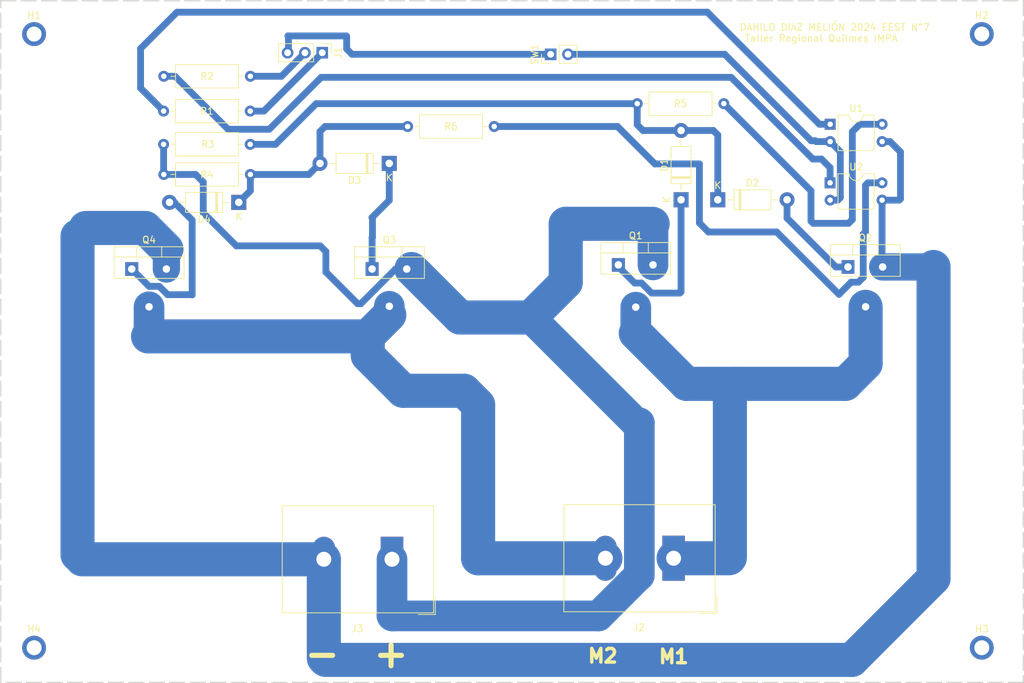
<source format=kicad_pcb>
(kicad_pcb (version 20240108) (generator "pcbnew") (generator_version "8.0")
  (title_block (title "Puente H Power Mosfet") (date "05/09/2024") (rev "8.1.1") (company "Danilo Melión"))
  (layers (0 "F.Cu" signal) (31 "B.Cu" signal) (34 "B.Paste" user) (35 "F.Paste" user) (36 "B.SilkS" user "B.Silkscreen") (37 "F.SilkS" user "F.Silkscreen") (38 "B.Mask" user) (39 "F.Mask" user) (44 "Edge.Cuts" user))
  (net 0 "")
  (net 1 "PWM1")
  (net 2 "PWM2")
  (net 3 "GND")
  (net 4 "Net-(J2-Pin_1)")
  (net 5 "Net-(J2-Pin_2)")
  (net 6 "Net-(D1-K)")
  (net 7 "+24V")
  (net 8 "Net-(D1-A)")
  (net 9 "Net-(D2-A)")
  (net 10 "Net-(R1-Pad2)")
  (net 11 "Net-(SW1-B)")
  (net 12 "GNDPWR")
  (net 13 "Net-(D3-A)")
  (net 14 "Net-(D3-K)")
  (net 15 "Net-(D4-A)")
  (net 16 "Net-(R2-Pad1)")
  (net 17 "Net-(R5-Pad2)")
  (net 18 "Net-(R6-Pad2)")
  (footprint "MountingHole:MountingHole_2.2mm_M2_ISO7380_Pad" (layer "F.Cu") (at 57 126)
    (property "Reference" "H4" (at 0 -2.75 0) (layer "F.SilkS"))
    (property "Value" "MountingHole_2.2mm_M2_ISO7380_Pad" (hide yes))
    (pad "1" thru_hole circle (at 0 0) (size 3.5 3.5) (drill 2.2) (layers "*.Cu" "*.Mask"))
  )
  (footprint "Resistor_THT:R_Axial_DIN0309_L9.0mm_D3.2mm_P12.70mm_Horizontal" (layer "F.Cu") (at 111.7854 49.5554)
    (property "Reference" "R6" (at 6.35 0 360) (layer "F.SilkS"))
    (property "Value" "180")
    (fp_line (start 1.04 0) (end 1.73 0) (stroke (width 0.12)) (layer "F.SilkS"))
    (fp_line (start 1.73 -1.72) (end 1.73 1.72) (stroke (width 0.12)) (layer "F.SilkS"))
    (fp_line (start 1.73 1.72) (end 10.97 1.72) (stroke (width 0.12)) (layer "F.SilkS"))
    (fp_line (start 10.97 -1.72) (end 1.73 -1.72) (stroke (width 0.12)) (layer "F.SilkS"))
    (fp_line (start 10.97 1.72) (end 10.97 -1.72) (stroke (width 0.12)) (layer "F.SilkS"))
    (fp_line (start 11.66 0) (end 10.97 0) (stroke (width 0.12)) (layer "F.SilkS"))
    (pad "1" thru_hole circle (at 0 0) (size 1.6 1.6) (drill 0.8) (layers "*.Cu" "*.Mask") (net 13 "Net-(D3-A)"))
    (pad "2" thru_hole oval (at 12.7 0) (size 1.6 1.6) (drill 0.8) (layers "*.Cu" "*.Mask") (net 18 "Net-(R6-Pad2)"))
  )
  (footprint "Resistor_THT:R_Axial_DIN0309_L9.0mm_D3.2mm_P12.70mm_Horizontal" (layer "F.Cu") (at 76.0222 56.5912)
    (property "Reference" "R4" (at 6.3246 0.0254 0) (layer "F.SilkS"))
    (property "Value" "10k")
    (fp_line (start 1.04 0) (end 1.73 0) (stroke (width 0.12)) (layer "F.SilkS"))
    (fp_line (start 1.73 -1.72) (end 1.73 1.72) (stroke (width 0.12)) (layer "F.SilkS"))
    (fp_line (start 1.73 1.72) (end 10.97 1.72) (stroke (width 0.12)) (layer "F.SilkS"))
    (fp_line (start 10.97 -1.72) (end 1.73 -1.72) (stroke (width 0.12)) (layer "F.SilkS"))
    (fp_line (start 10.97 1.72) (end 10.97 -1.72) (stroke (width 0.12)) (layer "F.SilkS"))
    (fp_line (start 11.66 0) (end 10.97 0) (stroke (width 0.12)) (layer "F.SilkS"))
    (pad "1" thru_hole circle (at 0 0) (size 1.6 1.6) (drill 0.8) (layers "*.Cu" "*.Mask") (net 7 "+24V"))
    (pad "2" thru_hole oval (at 12.7 0) (size 1.6 1.6) (drill 0.8) (layers "*.Cu" "*.Mask") (net 13 "Net-(D3-A)"))
  )
  (footprint "Diode_THT:D_DO-41_SOD81_P10.16mm_Horizontal" (layer "F.Cu") (at 157.2768 60.2996)
    (property "Reference" "D2" (at 5.08 -2.47 0) (layer "F.SilkS"))
    (property "Value" "1N4742A")
    (fp_line (start 1.34 0) (end 2.36 0) (stroke (width 0.12)) (layer "F.SilkS"))
    (fp_line (start 2.36 -1.47) (end 2.36 1.47) (stroke (width 0.12)) (layer "F.SilkS"))
    (fp_line (start 2.36 1.47) (end 7.8 1.47) (stroke (width 0.12)) (layer "F.SilkS"))
    (fp_line (start 3.14 -1.47) (end 3.14 1.47) (stroke (width 0.12)) (layer "F.SilkS"))
    (fp_line (start 3.26 -1.47) (end 3.26 1.47) (stroke (width 0.12)) (layer "F.SilkS"))
    (fp_line (start 3.38 -1.47) (end 3.38 1.47) (stroke (width 0.12)) (layer "F.SilkS"))
    (fp_line (start 7.8 -1.47) (end 2.36 -1.47) (stroke (width 0.12)) (layer "F.SilkS"))
    (fp_line (start 7.8 1.47) (end 7.8 -1.47) (stroke (width 0.12)) (layer "F.SilkS"))
    (fp_line (start 8.82 0) (end 7.8 0) (stroke (width 0.12)) (layer "F.SilkS"))
    (fp_text user "K" (at 0 -2.1 0) (layer "F.SilkS"))
    (pad "1" thru_hole rect (at 0 0) (size 2.2 2.2) (drill 1.1) (layers "*.Cu" "*.Mask") (net 8 "Net-(D1-A)"))
    (pad "2" thru_hole oval (at 10.16 0) (size 2.2 2.2) (drill 1.1) (layers "*.Cu" "*.Mask") (net 9 "Net-(D2-A)"))
  )
  (footprint "Diode_THT:D_DO-41_SOD81_P10.16mm_Horizontal" (layer "F.Cu") (at 151.892 60.2996 90)
    (property "Reference" "D1" (at 5.08 -2.47 90) (layer "F.SilkS"))
    (property "Value" "1N4742A")
    (fp_line (start 7.8 -1.47) (end 2.36 -1.47) (stroke (width 0.12)) (layer "F.SilkS"))
    (fp_line (start 3.38 -1.47) (end 3.38 1.47) (stroke (width 0.12)) (layer "F.SilkS"))
    (fp_line (start 3.26 -1.47) (end 3.26 1.47) (stroke (width 0.12)) (layer "F.SilkS"))
    (fp_line (start 3.14 -1.47) (end 3.14 1.47) (stroke (width 0.12)) (layer "F.SilkS"))
    (fp_line (start 2.36 -1.47) (end 2.36 1.47) (stroke (width 0.12)) (layer "F.SilkS"))
    (fp_line (start 8.82 0) (end 7.8 0) (stroke (width 0.12)) (layer "F.SilkS"))
    (fp_line (start 1.34 0) (end 2.36 0) (stroke (width 0.12)) (layer "F.SilkS"))
    (fp_line (start 7.8 1.47) (end 7.8 -1.47) (stroke (width 0.12)) (layer "F.SilkS"))
    (fp_line (start 2.36 1.47) (end 7.8 1.47) (stroke (width 0.12)) (layer "F.SilkS"))
    (fp_text user "K" (at 0 -2.1 90) (layer "F.SilkS"))
    (pad "1" thru_hole rect (at 0 0 90) (size 2.2 2.2) (drill 1.1) (layers "*.Cu" "*.Mask") (net 6 "Net-(D1-K)"))
    (pad "2" thru_hole oval (at 10.16 0 90) (size 2.2 2.2) (drill 1.1) (layers "*.Cu" "*.Mask") (net 8 "Net-(D1-A)"))
  )
  (footprint "MountingHole:MountingHole_2.2mm_M2_ISO7380_Pad" (layer "F.Cu") (at 57 36)
    (property "Reference" "H1" (at 0 -2.75 0) (layer "F.SilkS"))
    (property "Value" "MountingHole_2.2mm_M2_ISO7380_Pad" (hide yes))
    (pad "1" thru_hole circle (at 0 0) (size 3.5 3.5) (drill 2.2) (layers "*.Cu" "*.Mask"))
  )
  (footprint "Package_DIP:DIP-4_W7.62mm" (layer "F.Cu") (at 173.7614 49.2252)
    (property "Reference" "U1" (at 3.81 -2.33 0) (layer "F.SilkS"))
    (property "Value" "PC817")
    (fp_line (start 1.16 -1.33) (end 1.16 3.87) (stroke (width 0.12)) (layer "F.SilkS"))
    (fp_line (start 1.16 3.87) (end 6.46 3.87) (stroke (width 0.12)) (layer "F.SilkS"))
    (fp_line (start 2.81 -1.33) (end 1.16 -1.33) (stroke (width 0.12)) (layer "F.SilkS"))
    (fp_line (start 6.46 -1.33) (end 4.81 -1.33) (stroke (width 0.12)) (layer "F.SilkS"))
    (fp_line (start 6.46 3.87) (end 6.46 -1.33) (stroke (width 0.12)) (layer "F.SilkS"))
    (fp_arc (start 4.81 -1.33) (mid 3.81 -0.33) (end 2.81 -1.33) (stroke (width 0.12)) (layer "F.SilkS"))
    (pad "1" thru_hole rect (at 0 0) (size 1.6 1.6) (drill 0.8) (layers "*.Cu" "*.Mask") (net 10 "Net-(R1-Pad2)"))
    (pad "2" thru_hole oval (at 0 2.54) (size 1.6 1.6) (drill 0.8) (layers "*.Cu" "*.Mask") (net 11 "Net-(SW1-B)"))
    (pad "3" thru_hole oval (at 7.62 2.54) (size 1.6 1.6) (drill 0.8) (layers "*.Cu" "*.Mask") (net 12 "GNDPWR"))
    (pad "4" thru_hole oval (at 7.62 0) (size 1.6 1.6) (drill 0.8) (layers "*.Cu" "*.Mask") (net 17 "Net-(R5-Pad2)"))
  )
  (footprint "Package_TO_SOT_THT:TO-220-3_Vertical" (layer "F.Cu") (at 71.3232 70.4596)
    (property "Reference" "Q4" (at 2.54 -4.27 0) (layer "F.SilkS"))
    (property "Value" "IRF2805")
    (fp_line (start -2.58 -3.27) (end -2.58 1.371) (stroke (width 0.12)) (layer "F.SilkS"))
    (fp_line (start -2.58 -3.27) (end 7.66 -3.27) (stroke (width 0.12)) (layer "F.SilkS"))
    (fp_line (start -2.58 -1.76) (end 7.66 -1.76) (stroke (width 0.12)) (layer "F.SilkS"))
    (fp_line (start -2.58 1.371) (end 7.66 1.371) (stroke (width 0.12)) (layer "F.SilkS"))
    (fp_line (start 0.69 -3.27) (end 0.69 -1.76) (stroke (width 0.12)) (layer "F.SilkS"))
    (fp_line (start 4.391 -3.27) (end 4.391 -1.76) (stroke (width 0.12)) (layer "F.SilkS"))
    (fp_line (start 7.66 -3.27) (end 7.66 1.371) (stroke (width 0.12)) (layer "F.SilkS"))
    (pad "1" thru_hole rect (at 0 0) (size 1.905 2) (drill 1.1) (layers "*.Cu" "*.Mask") (net 15 "Net-(D4-A)"))
    (pad "2" thru_hole oval (at 2.5368 5.5404) (size 1.905 2) (drill 1.1) (layers "*.Cu" "*.Mask") (net 5 "Net-(J2-Pin_2)"))
    (pad "3" thru_hole oval (at 5.08 0) (size 1.905 2) (drill 1.1) (layers "*.Cu" "*.Mask") (net 12 "GNDPWR"))
  )
  (footprint "Package_TO_SOT_THT:TO-220-3_Vertical" (layer "F.Cu") (at 176.3776 70.1548)
    (property "Reference" "Q2" (at 2.54 -4.27 0) (layer "F.SilkS"))
    (property "Value" "IRF2805")
    (fp_line (start -2.58 -3.27) (end -2.58 1.371) (stroke (width 0.12)) (layer "F.SilkS"))
    (fp_line (start -2.58 -3.27) (end 7.66 -3.27) (stroke (width 0.12)) (layer "F.SilkS"))
    (fp_line (start -2.58 -1.76) (end 7.66 -1.76) (stroke (width 0.12)) (layer "F.SilkS"))
    (fp_line (start -2.58 1.371) (end 7.66 1.371) (stroke (width 0.12)) (layer "F.SilkS"))
    (fp_line (start 0.69 -3.27) (end 0.69 -1.76) (stroke (width 0.12)) (layer "F.SilkS"))
    (fp_line (start 4.391 -3.27) (end 4.391 -1.76) (stroke (width 0.12)) (layer "F.SilkS"))
    (fp_line (start 7.66 -3.27) (end 7.66 1.371) (stroke (width 0.12)) (layer "F.SilkS"))
    (pad "1" thru_hole rect (at 0 0) (size 1.905 2) (drill 1.1) (layers "*.Cu" "*.Mask") (net 9 "Net-(D2-A)"))
    (pad "2" thru_hole oval (at 2.5824 5.8452) (size 1.905 2) (drill 1.1) (layers "*.Cu" "*.Mask") (net 4 "Net-(J2-Pin_1)"))
    (pad "3" thru_hole oval (at 5.08 0) (size 1.905 2) (drill 1.1) (layers "*.Cu" "*.Mask") (net 12 "GNDPWR"))
  )
  (footprint "Connector_PinHeader_2.54mm:PinHeader_1x02_P2.54mm_Vertical" (layer "F.Cu") (at 132.7658 38.9636 90)
    (property "Reference" "SW1" (at 0 -2.33 90) (layer "F.SilkS"))
    (property "Value" "SW")
    (fp_line (start -1.33 -1.33) (end 0 -1.33) (stroke (width 0.12)) (layer "F.SilkS"))
    (fp_line (start -1.33 0) (end -1.33 -1.33) (stroke (width 0.12)) (layer "F.SilkS"))
    (fp_line (start 1.33 1.27) (end 1.33 3.87) (stroke (width 0.12)) (layer "F.SilkS"))
    (fp_line (start -1.33 1.27) (end 1.33 1.27) (stroke (width 0.12)) (layer "F.SilkS"))
    (fp_line (start -1.33 1.27) (end -1.33 3.87) (stroke (width 0.12)) (layer "F.SilkS"))
    (fp_line (start -1.33 3.87) (end 1.33 3.87) (stroke (width 0.12)) (layer "F.SilkS"))
    (pad "1" thru_hole rect (at 0 0 90) (size 1.7 1.7) (drill 1) (layers "*.Cu" "*.Mask") (net 3 "GND"))
    (pad "2" thru_hole oval (at 0 2.54 90) (size 1.7 1.7) (drill 1) (layers "*.Cu" "*.Mask") (net 11 "Net-(SW1-B)"))
  )
  (footprint "Diode_THT:D_DO-41_SOD81_P10.16mm_Horizontal" (layer "F.Cu") (at 109.093 54.9656 180)
    (property "Reference" "D3" (at 5.08 -2.47 360) (layer "F.SilkS"))
    (property "Value" "1N4742A")
    (fp_line (start 8.82 0) (end 7.8 0) (stroke (width 0.12)) (layer "F.SilkS"))
    (fp_line (start 7.8 1.47) (end 7.8 -1.47) (stroke (width 0.12)) (layer "F.SilkS"))
    (fp_line (start 7.8 -1.47) (end 2.36 -1.47) (stroke (width 0.12)) (layer "F.SilkS"))
    (fp_line (start 3.38 -1.47) (end 3.38 1.47) (stroke (width 0.12)) (layer "F.SilkS"))
    (fp_line (start 3.26 -1.47) (end 3.26 1.47) (stroke (width 0.12)) (layer "F.SilkS"))
    (fp_line (start 3.14 -1.47) (end 3.14 1.47) (stroke (width 0.12)) (layer "F.SilkS"))
    (fp_line (start 2.36 1.47) (end 7.8 1.47) (stroke (width 0.12)) (layer "F.SilkS"))
    (fp_line (start 2.36 -1.47) (end 2.36 1.47) (stroke (width 0.12)) (layer "F.SilkS"))
    (fp_line (start 1.34 0) (end 2.36 0) (stroke (width 0.12)) (layer "F.SilkS"))
    (fp_text user "K" (at 0 -2.1 360) (layer "F.SilkS"))
    (pad "1" thru_hole rect (at 0 0 180) (size 2.2 2.2) (drill 1.1) (layers "*.Cu" "*.Mask") (net 14 "Net-(D3-K)"))
    (pad "2" thru_hole oval (at 10.16 0 180) (size 2.2 2.2) (drill 1.1) (layers "*.Cu" "*.Mask") (net 13 "Net-(D3-A)"))
  )
  (footprint "TerminalBlock_Dinkle:TerminalBlock_Dinkle_DT-55-B01X-02_P10.00mm" (layer "F.Cu") (at 109.4956 113.03 180)
    (property "Reference" "J3" (at 5.08 -10.16 0) (layer "F.SilkS"))
    (property "Value" "24V Alimentación")
    (fp_line (start 16.1 -7.85) (end 16.1 7.85) (stroke (width 0.12)) (layer "F.SilkS"))
    (fp_line (start -6.1 7.85) (end 16.1 7.85) (stroke (width 0.12)) (layer "F.SilkS"))
    (fp_line (start -6.1 7.85) (end -6.1 -7.85) (stroke (width 0.12)) (layer "F.SilkS"))
    (fp_line (start -6.1 -7.85) (end 16.1 -7.85) (stroke (width 0.12)) (layer "F.SilkS"))
    (fp_line (start -6.35 -5.6) (end -6.35 -8.1) (stroke (width 0.12)) (layer "F.SilkS"))
    (fp_line (start -6.35 -8.1) (end -3.85 -8.1) (stroke (width 0.12)) (layer "F.SilkS"))
    (pad "1" thru_hole rect (at 0 0 180) (size 3.3 6.6) (drill 2.2) (layers "*.Cu" "*.Mask") (net 7 "+24V"))
    (pad "2" thru_hole oval (at 10 0 180) (size 3.3 6.6) (drill 2.2) (layers "*.Cu" "*.Mask") (net 12 "GNDPWR"))
  )
  (footprint "TerminalBlock_Dinkle:TerminalBlock_Dinkle_DT-55-B01X-02_P10.00mm" (layer "F.Cu") (at 150.796 112.8776 180)
    (property "Reference" "J2" (at 5.08 -10.16 0) (layer "F.SilkS"))
    (property "Value" "MOTOR")
    (fp_line (start 16.1 -7.85) (end 16.1 7.85) (stroke (width 0.12)) (layer "F.SilkS"))
    (fp_line (start -6.1 7.85) (end 16.1 7.85) (stroke (width 0.12)) (layer "F.SilkS"))
    (fp_line (start -6.1 7.85) (end -6.1 -7.85) (stroke (width 0.12)) (layer "F.SilkS"))
    (fp_line (start -6.1 -7.85) (end 16.1 -7.85) (stroke (width 0.12)) (layer "F.SilkS"))
    (fp_line (start -6.35 -5.6) (end -6.35 -8.1) (stroke (width 0.12)) (layer "F.SilkS"))
    (fp_line (start -6.35 -8.1) (end -3.85 -8.1) (stroke (width 0.12)) (layer "F.SilkS"))
    (pad "1" thru_hole rect (at 0 0 180) (size 3.3 6.6) (drill 2.2) (layers "*.Cu" "*.Mask") (net 4 "Net-(J2-Pin_1)"))
    (pad "2" thru_hole oval (at 10 0 180) (size 3.3 6.6) (drill 2.2) (layers "*.Cu" "*.Mask") (net 5 "Net-(J2-Pin_2)"))
  )
  (footprint "Connector_PinHeader_2.54mm:PinHeader_1x03_P2.54mm_Vertical" (layer "F.Cu") (at 99.2632 38.735 -90)
    (property "Reference" "J1" (at 0 -2.33 90) (layer "F.SilkS"))
    (property "Value" "PWM")
    (fp_line (start -1.33 6.41) (end 1.33 6.41) (stroke (width 0.12)) (layer "F.SilkS"))
    (fp_line (start -1.33 1.27) (end -1.33 6.41) (stroke (width 0.12)) (layer "F.SilkS"))
    (fp_line (start -1.33 1.27) (end 1.33 1.27) (stroke (width 0.12)) (layer "F.SilkS"))
    (fp_line (start 1.33 1.27) (end 1.33 6.41) (stroke (width 0.12)) (layer "F.SilkS"))
    (fp_line (start -1.33 0) (end -1.33 -1.33) (stroke (width 0.12)) (layer "F.SilkS"))
    (fp_line (start -1.33 -1.33) (end 0 -1.33) (stroke (width 0.12)) (layer "F.SilkS"))
    (pad "1" thru_hole rect (at 0 0 270) (size 1.7 1.7) (drill 1) (layers "*.Cu" "*.Mask") (net 1 "PWM1"))
    (pad "2" thru_hole oval (at 0 2.54 270) (size 1.7 1.7) (drill 1) (layers "*.Cu" "*.Mask") (net 2 "PWM2"))
    (pad "3" thru_hole oval (at 0 5.08 270) (size 1.7 1.7) (drill 1) (layers "*.Cu" "*.Mask") (net 3 "GND"))
  )
  (footprint "Package_DIP:DIP-4_W7.62mm" (layer "F.Cu") (at 173.7514 57.8154)
    (property "Reference" "U2" (at 3.81 -2.33 0) (layer "F.SilkS"))
    (property "Value" "PC817")
    (fp_line (start 1.16 -1.33) (end 1.16 3.87) (stroke (width 0.12)) (layer "F.SilkS"))
    (fp_line (start 1.16 3.87) (end 6.46 3.87) (stroke (width 0.12)) (layer "F.SilkS"))
    (fp_line (start 2.81 -1.33) (end 1.16 -1.33) (stroke (width 0.12)) (layer "F.SilkS"))
    (fp_line (start 6.46 -1.33) (end 4.81 -1.33) (stroke (width 0.12)) (layer "F.SilkS"))
    (fp_line (start 6.46 3.87) (end 6.46 -1.33) (stroke (width 0.12)) (layer "F.SilkS"))
    (fp_arc (start 4.81 -1.33) (mid 3.81 -0.33) (end 2.81 -1.33) (stroke (width 0.12)) (layer "F.SilkS"))
    (pad "1" thru_hole rect (at 0 0) (size 1.6 1.6) (drill 0.8) (layers "*.Cu" "*.Mask") (net 16 "Net-(R2-Pad1)"))
    (pad "2" thru_hole oval (at 0 2.54) (size 1.6 1.6) (drill 0.8) (layers "*.Cu" "*.Mask") (net 11 "Net-(SW1-B)"))
    (pad "3" thru_hole oval (at 7.62 2.54) (size 1.6 1.6) (drill 0.8) (layers "*.Cu" "*.Mask") (net 12 "GNDPWR"))
    (pad "4" thru_hole oval (at 7.62 0) (size 1.6 1.6) (drill 0.8) (layers "*.Cu" "*.Mask") (net 18 "Net-(R6-Pad2)"))
  )
  (footprint "Resistor_THT:R_Axial_DIN0309_L9.0mm_D3.2mm_P12.70mm_Horizontal" (layer "F.Cu") (at 88.6968 47.2948 180)
    (property "Reference" "R1" (at 6.35 0 360) (layer "F.SilkS"))
    (property "Value" "47")
    (fp_line (start 11.66 0) (end 10.97 0) (stroke (width 0.12)) (layer "F.SilkS"))
    (fp_line (start 10.97 1.72) (end 10.97 -1.72) (stroke (width 0.12)) (layer "F.SilkS"))
    (fp_line (start 10.97 -1.72) (end 1.73 -1.72) (stroke (width 0.12)) (layer "F.SilkS"))
    (fp_line (start 1.73 1.72) (end 10.97 1.72) (stroke (width 0.12)) (layer "F.SilkS"))
    (fp_line (start 1.73 -1.72) (end 1.73 1.72) (stroke (width 0.12)) (layer "F.SilkS"))
    (fp_line (start 1.04 0) (end 1.73 0) (stroke (width 0.12)) (layer "F.SilkS"))
    (pad "1" thru_hole circle (at 0 0 180) (size 1.6 1.6) (drill 0.8) (layers "*.Cu" "*.Mask") (net 1 "PWM1"))
    (pad "2" thru_hole oval (at 12.7 0 180) (size 1.6 1.6) (drill 0.8) (layers "*.Cu" "*.Mask") (net 10 "Net-(R1-Pad2)"))
  )
  (footprint "Diode_THT:D_DO-41_SOD81_P10.16mm_Horizontal" (layer "F.Cu") (at 87.0204 60.6806 180)
    (property "Reference" "D4" (at 5.08 -2.47 360) (layer "F.SilkS"))
    (property "Value" "1N4742A")
    (fp_line (start 8.82 0) (end 7.8 0) (stroke (width 0.12)) (layer "F.SilkS"))
    (fp_line (start 7.8 1.47) (end 7.8 -1.47) (stroke (width 0.12)) (layer "F.SilkS"))
    (fp_line (start 7.8 -1.47) (end 2.36 -1.47) (stroke (width 0.12)) (layer "F.SilkS"))
    (fp_line (start 3.38 -1.47) (end 3.38 1.47) (stroke (width 0.12)) (layer "F.SilkS"))
    (fp_line (start 3.26 -1.47) (end 3.26 1.47) (stroke (width 0.12)) (layer "F.SilkS"))
    (fp_line (start 3.14 -1.47) (end 3.14 1.47) (stroke (width 0.12)) (layer "F.SilkS"))
    (fp_line (start 2.36 1.47) (end 7.8 1.47) (stroke (width 0.12)) (layer "F.SilkS"))
    (fp_line (start 2.36 -1.47) (end 2.36 1.47) (stroke (width 0.12)) (layer "F.SilkS"))
    (fp_line (start 1.34 0) (end 2.36 0) (stroke (width 0.12)) (layer "F.SilkS"))
    (fp_text user "K" (at 0 -2.1 360) (layer "F.SilkS"))
    (pad "1" thru_hole rect (at 0 0 180) (size 2.2 2.2) (drill 1.1) (layers "*.Cu" "*.Mask") (net 13 "Net-(D3-A)"))
    (pad "2" thru_hole oval (at 10.16 0 180) (size 2.2 2.2) (drill 1.1) (layers "*.Cu" "*.Mask") (net 15 "Net-(D4-A)"))
  )
  (footprint "Resistor_THT:R_Axial_DIN0309_L9.0mm_D3.2mm_P12.70mm_Horizontal" (layer "F.Cu") (at 75.9968 52.1716)
    (property "Reference" "R3" (at 6.477 0 360) (layer "F.SilkS"))
    (property "Value" "10k")
    (fp_line (start 1.04 0) (end 1.73 0) (stroke (width 0.12)) (layer "F.SilkS"))
    (fp_line (start 1.73 -1.72) (end 1.73 1.72) (stroke (width 0.12)) (layer "F.SilkS"))
    (fp_line (start 1.73 1.72) (end 10.97 1.72) (stroke (width 0.12)) (layer "F.SilkS"))
    (fp_line (start 10.97 -1.72) (end 1.73 -1.72) (stroke (width 0.12)) (layer "F.SilkS"))
    (fp_line (start 10.97 1.72) (end 10.97 -1.72) (stroke (width 0.12)) (layer "F.SilkS"))
    (fp_line (start 11.66 0) (end 10.97 0) (stroke (width 0.12)) (layer "F.SilkS"))
    (pad "1" thru_hole circle (at 0 0) (size 1.6 1.6) (drill 0.8) (layers "*.Cu" "*.Mask") (net 7 "+24V"))
    (pad "2" thru_hole oval (at 12.7 0) (size 1.6 1.6) (drill 0.8) (layers "*.Cu" "*.Mask") (net 8 "Net-(D1-A)"))
  )
  (footprint "Package_TO_SOT_THT:TO-220-3_Vertical" (layer "F.Cu") (at 142.6972 69.85)
    (property "Reference" "Q1" (at 2.54 -4.27 0) (layer "F.SilkS"))
    (property "Value" "IRF4905")
    (fp_line (start -2.58 -3.27) (end -2.58 1.371) (stroke (width 0.12)) (layer "F.SilkS"))
    (fp_line (start -2.58 -3.27) (end 7.66 -3.27) (stroke (width 0.12)) (layer "F.SilkS"))
    (fp_line (start -2.58 -1.76) (end 7.66 -1.76) (stroke (width 0.12)) (layer "F.SilkS"))
    (fp_line (start -2.58 1.371) (end 7.66 1.371) (stroke (width 0.12)) (layer "F.SilkS"))
    (fp_line (start 0.69 -3.27) (end 0.69 -1.76) (stroke (width 0.12)) (layer "F.SilkS"))
    (fp_line (start 4.391 -3.27) (end 4.391 -1.76) (stroke (width 0.12)) (layer "F.SilkS"))
    (fp_line (start 7.66 -3.27) (end 7.66 1.371) (stroke (width 0.12)) (layer "F.SilkS"))
    (pad "1" thru_hole rect (at 0 0) (size 1.905 2) (drill 1.1) (layers "*.Cu" "*.Mask") (net 6 "Net-(D1-K)"))
    (pad "2" thru_hole oval (at 2.552 6.2008) (size 1.905 2) (drill 1.1) (layers "*.Cu" "*.Mask") (net 4 "Net-(J2-Pin_1)"))
    (pad "3" thru_hole oval (at 5.08 0) (size 1.905 2) (drill 1.1) (layers "*.Cu" "*.Mask") (net 7 "+24V"))
  )
  (footprint "Resistor_THT:R_Axial_DIN0309_L9.0mm_D3.2mm_P12.70mm_Horizontal" (layer "F.Cu") (at 76.0222 42.1894)
    (property "Reference" "R2" (at 6.35 0 360) (layer "F.SilkS"))
    (property "Value" "47")
    (fp_line (start 1.04 0) (end 1.73 0) (stroke (width 0.12)) (layer "F.SilkS"))
    (fp_line (start 1.73 -1.72) (end 1.73 1.72) (stroke (width 0.12)) (layer "F.SilkS"))
    (fp_line (start 1.73 1.72) (end 10.97 1.72) (stroke (width 0.12)) (layer "F.SilkS"))
    (fp_line (start 10.97 -1.72) (end 1.73 -1.72) (stroke (width 0.12)) (layer "F.SilkS"))
    (fp_line (start 10.97 1.72) (end 10.97 -1.72) (stroke (width 0.12)) (layer "F.SilkS"))
    (fp_line (start 11.66 0) (end 10.97 0) (stroke (width 0.12)) (layer "F.SilkS"))
    (pad "1" thru_hole circle (at 0 0) (size 1.6 1.6) (drill 0.8) (layers "*.Cu" "*.Mask") (net 16 "Net-(R2-Pad1)"))
    (pad "2" thru_hole oval (at 12.7 0) (size 1.6 1.6) (drill 0.8) (layers "*.Cu" "*.Mask") (net 2 "PWM2"))
  )
  (footprint "Resistor_THT:R_Axial_DIN0309_L9.0mm_D3.2mm_P12.70mm_Horizontal" (layer "F.Cu") (at 145.4658 46.2026)
    (property "Reference" "R5" (at 6.35 0 0) (layer "F.SilkS"))
    (property "Value" "180")
    (fp_line (start 1.04 0) (end 1.73 0) (stroke (width 0.12)) (layer "F.SilkS"))
    (fp_line (start 1.73 -1.72) (end 1.73 1.72) (stroke (width 0.12)) (layer "F.SilkS"))
    (fp_line (start 1.73 1.72) (end 10.97 1.72) (stroke (width 0.12)) (layer "F.SilkS"))
    (fp_line (start 10.97 -1.72) (end 1.73 -1.72) (stroke (width 0.12)) (layer "F.SilkS"))
    (fp_line (start 10.97 1.72) (end 10.97 -1.72) (stroke (width 0.12)) (layer "F.SilkS"))
    (fp_line (start 11.66 0) (end 10.97 0) (stroke (width 0.12)) (layer "F.SilkS"))
    (pad "1" thru_hole circle (at 0 0) (size 1.6 1.6) (drill 0.8) (layers "*.Cu" "*.Mask") (net 8 "Net-(D1-A)"))
    (pad "2" thru_hole oval (at 12.7 0) (size 1.6 1.6) (drill 0.8) (layers "*.Cu" "*.Mask") (net 17 "Net-(R5-Pad2)"))
  )
  (footprint "MountingHole:MountingHole_2.2mm_M2_ISO7380_Pad" (layer "F.Cu") (at 196 126)
    (property "Reference" "H3" (at 0 -2.75 0) (layer "F.SilkS"))
    (property "Value" "MountingHole_2.2mm_M2_ISO7380_Pad" (hide yes))
    (pad "1" thru_hole circle (at 0 0) (size 3.5 3.5) (drill 2.2) (layers "*.Cu" "*.Mask"))
  )
  (footprint "Package_TO_SOT_THT:TO-220-3_Vertical" (layer "F.Cu") (at 106.5784 70.4596)
    (property "Reference" "Q3" (at 2.54 -4.27 0) (layer "F.SilkS"))
    (property "Value" "IRF4905")
    (fp_line (start -2.58 -3.27) (end -2.58 1.371) (stroke (width 0.12)) (layer "F.SilkS"))
    (fp_line (start -2.58 -3.27) (end 7.66 -3.27) (stroke (width 0.12)) (layer "F.SilkS"))
    (fp_line (start -2.58 -1.76) (end 7.66 -1.76) (stroke (width 0.12)) (layer "F.SilkS"))
    (fp_line (start -2.58 1.371) (end 7.66 1.371) (stroke (width 0.12)) (layer "F.SilkS"))
    (fp_line (start 0.69 -3.27) (end 0.69 -1.76) (stroke (width 0.12)) (layer "F.SilkS"))
    (fp_line (start 4.391 -3.27) (end 4.391 -1.76) (stroke (width 0.12)) (layer "F.SilkS"))
    (fp_line (start 7.66 -3.27) (end 7.66 1.371) (stroke (width 0.12)) (layer "F.SilkS"))
    (pad "1" thru_hole rect (at 0 0) (size 1.905 2) (drill 1.1) (layers "*.Cu" "*.Mask") (net 14 "Net-(D3-K)"))
    (pad "2" thru_hole oval (at 2.5216 5.459) (size 1.905 2) (drill 1.1) (layers "*.Cu" "*.Mask") (net 5 "Net-(J2-Pin_2)"))
    (pad "3" thru_hole oval (at 5.08 0) (size 1.905 2) (drill 1.1) (layers "*.Cu" "*.Mask") (net 7 "+24V"))
  )
  (footprint "MountingHole:MountingHole_2.2mm_M2_ISO7380_Pad" (layer "F.Cu") (at 196 36)
    (property "Reference" "H2" (at 0 -2.75 0) (layer "F.SilkS"))
    (property "Value" "MountingHole_2.2mm_M2_ISO7380_Pad" (hide yes))
    (pad "1" thru_hole circle (at 0 0) (size 3.5 3.5) (drill 2.2) (layers "*.Cu" "*.Mask"))
  )
  (gr_rect (start 52.1 31.1) (end 202.1 131.1) (stroke (width 0.2) (type dash)) (fill none) (layer "Edge.Cuts"))
  (gr_text "M1" (at 148.3868 128.4732 0) (layer "F.SilkS") (effects (font (size 2 2) (thickness 0.5) (bold yes)) (justify left bottom)))
  (gr_text "-" (at 96.2868 129.1732 0) (layer "F.SilkS") (effects (font (size 4 4) (thickness 0.75) (bold yes)) (justify left bottom)))
  (gr_text "DANILO DIAZ MELIÓN 2024 EEST N°7 \n Taller Regional Quilmes IMPA" (at 160.4 37.2 0) (layer "F.SilkS") (effects (font (size 1 1)) (justify left bottom)))
  (gr_text "+" (at 106.3868 129.1732 0) (layer "F.SilkS") (effects (font (size 4 4) (thickness 0.75) (bold yes)) (justify left bottom)))
  (gr_text "M2" (at 137.9868 128.3732 0) (layer "F.SilkS") (effects (font (size 2 2) (thickness 0.5) (bold yes)) (justify left bottom)))
  (segment (start 90.7034 47.2948) (end 99.2632 38.735) (width 1) (layer "B.Cu") (net 1))
  (segment (start 88.6968 47.2948) (end 90.7034 47.2948) (width 1) (layer "B.Cu") (net 1))
  (segment (start 88.7222 42.1894) (end 93.2688 42.1894) (width 1) (layer "B.Cu") (net 2))
  (segment (start 93.2688 42.1894) (end 96.7232 38.735) (width 1) (layer "B.Cu") (net 2))
  (segment (start 103.632 38.9636) (end 102.8446 38.1762) (width 1) (layer "B.Cu") (net 3))
  (segment (start 94.3102 38.608) (end 94.1832 38.735) (width 1) (layer "B.Cu") (net 3))
  (segment (start 94.234 36.2712) (end 94.3102 36.3474) (width 1) (layer "B.Cu") (net 3))
  (segment (start 102.8446 36.322) (end 102.7938 36.2712) (width 1) (layer "B.Cu") (net 3))
  (segment (start 102.7938 36.2712) (end 94.234 36.2712) (width 1) (layer "B.Cu") (net 3))
  (segment (start 132.7658 38.9636) (end 103.632 38.9636) (width 1) (layer "B.Cu") (net 3))
  (segment (start 102.8446 38.1762) (end 102.8446 36.322) (width 1) (layer "B.Cu") (net 3))
  (segment (start 94.3102 36.3474) (end 94.3102 38.608) (width 1) (layer "B.Cu") (net 3))
  (segment (start 150.796 112.8776) (end 158.9532 112.8776) (width 5) (layer "B.Cu") (net 4))
  (segment (start 159.0548 112.776) (end 159.0548 88.1126) (width 5) (layer "B.Cu") (net 4))
  (segment (start 159.8676 87.2998) (end 152.6794 87.2998) (width 5) (layer "B.Cu") (net 4))
  (segment (start 175.9966 87.2998) (end 159.8676 87.2998) (width 5) (layer "B.Cu") (net 4))
  (segment (start 159.0548 88.1126) (end 159.8676 87.2998) (width 4.5) (layer "B.Cu") (net 4))
  (segment (start 145.2492 79.8696) (end 145.2492 76.0508) (width 4.5) (layer "B.Cu") (net 4))
  (segment (start 178.96 76) (end 178.96 84.3364) (width 5) (layer "B.Cu") (net 4))
  (segment (start 152.6794 87.2998) (end 145.2492 79.8696) (width 5) (layer "B.Cu") (net 4))
  (segment (start 158.9532 112.8776) (end 159.0548 112.776) (width 4.5) (layer "B.Cu") (net 4))
  (segment (start 178.96 84.3364) (end 175.9966 87.2998) (width 5) (layer "B.Cu") (net 4))
  (segment (start 109.1 77.1836) (end 109.1 75.9186) (width 4.5) (layer "B.Cu") (net 5))
  (segment (start 120.0658 88.3158) (end 111.125 88.3158) (width 5) (layer "B.Cu") (net 5))
  (segment (start 105.9434 80.3402) (end 109.1 77.1836) (width 5) (layer "B.Cu") (net 5))
  (segment (start 73.7108 80.3402) (end 105.9434 80.3402) (width 5) (layer "B.Cu") (net 5))
  (segment (start 111.125 88.3158) (end 105.9434 83.1342) (width 5) (layer "B.Cu") (net 5))
  (segment (start 122.1232 112.8776) (end 140.796 112.8776) (width 5) (layer "B.Cu") (net 5))
  (segment (start 73.86 80.191) (end 73.7108 80.3402) (width 4.5) (layer "B.Cu") (net 5))
  (segment (start 73.86 76) (end 73.86 80.191) (width 4.5) (layer "B.Cu") (net 5))
  (segment (start 105.9434 80.3402) (end 105.9434 83.1342) (width 5) (layer "B.Cu") (net 5))
  (segment (start 122.1232 112.8776) (end 122.1232 90.3732) (width 5) (layer "B.Cu") (net 5))
  (segment (start 122.1232 90.3732) (end 120.0658 88.3158) (width 5) (layer "B.Cu") (net 5))
  (segment (start 142.6972 69.85) (end 142.6972 70.1294) (width 1) (layer "B.Cu") (net 6))
  (segment (start 146.1008 72.517) (end 147.574 73.9902) (width 1) (layer "B.Cu") (net 6))
  (segment (start 151.892 73.787) (end 151.6888 73.9902) (width 1) (layer "B.Cu") (net 6))
  (segment (start 145.0848 72.517) (end 146.1008 72.517) (width 1) (layer "B.Cu") (net 6))
  (segment (start 151.892 73.787) (end 151.892 60.2996) (width 1) (layer "B.Cu") (net 6))
  (segment (start 142.6972 70.1294) (end 145.0848 72.517) (width 1) (layer "B.Cu") (net 6))
  (segment (start 151.6888 73.9902) (end 147.574 73.9902) (width 1) (layer "B.Cu") (net 6))
  (segment (start 110.0074 70.4596) (end 111.6584 70.4596) (width 1) (layer "B.Cu") (net 7))
  (segment (start 81.8134 57.7088) (end 81.8134 62.2046) (width 1) (layer "B.Cu") (net 7))
  (segment (start 75.9968 52.1716) (end 75.9968 56.5658) (width 1) (layer "B.Cu") (net 7))
  (segment (start 81.8134 62.2046) (end 86.6648 67.056) (width 1) (layer "B.Cu") (net 7))
  (segment (start 99.7966 70.8914) (end 104.4448 75.5396) (width 1) (layer "B.Cu") (net 7))
  (segment (start 104.4448 75.5396) (end 104.9274 75.5396) (width 1) (layer "B.Cu") (net 7))
  (segment (start 80.6958 56.5912) (end 81.8134 57.7088) (width 1) (layer "B.Cu") (net 7))
  (segment (start 109.4956 121.3066) (end 109.4956 113.03) (width 4.5) (layer "B.Cu") (net 7))
  (segment (start 139.786076 121.3358) (end 109.5248 121.3358) (width 4.5) (layer "B.Cu") (net 7))
  (segment (start 99.7966 67.8942) (end 99.7966 70.8914) (width 1) (layer "B.Cu") (net 7))
  (segment (start 104.9274 75.5396) (end 110.0074 70.4596) (width 1) (layer "B.Cu") (net 7))
  (segment (start 111.6584 70.4596) (end 112.3442 70.4596) (width 3.5) (layer "B.Cu") (net 7))
  (segment (start 76.0222 56.5912) (end 80.6958 56.5912) (width 1) (layer "B.Cu") (net 7))
  (segment (start 109.5248 121.3358) (end 109.4956 121.3066) (width 4.5) (layer "B.Cu") (net 7))
  (segment (start 147.7772 63.881) (end 147.7264 63.8302) (width 4.5) (layer "B.Cu") (net 7))
  (segment (start 98.9584 67.056) (end 99.7966 67.8942) (width 1) (layer "B.Cu") (net 7))
  (segment (start 75.9968 56.5658) (end 76.0222 56.5912) (width 1) (layer "B.Cu") (net 7))
  (segment (start 86.6648 67.056) (end 98.9584 67.056) (width 1) (layer "B.Cu") (net 7))
  (segment (start 147.7264 63.8302) (end 134.9756 63.8302) (width 5) (layer "B.Cu") (net 7))
  (segment (start 147.7772 69.85) (end 147.7772 63.881) (width 4.5) (layer "B.Cu") (net 7))
  (segment (start 134.9756 63.8302) (end 134.9756 72.4154) (width 5) (layer "B.Cu") (net 7))
  (segment (start 145.7706 93.027362) (end 145.275162 93.027362) (width 4.5) (layer "B.Cu") (net 7))
  (segment (start 145.496 115.625876) (end 139.786076 121.3358) (width 4.5) (layer "B.Cu") (net 7))
  (segment (start 145.7706 93.027362) (end 145.7706 115.405038) (width 4.5) (layer "B.Cu") (net 7))
  (segment (start 119.4562 77.5716) (end 129.8194 77.5716) (width 5) (layer "B.Cu") (net 7))
  (segment (start 112.3442 70.4596) (end 119.4562 77.5716) (width 5) (layer "B.Cu") (net 7))
  (segment (start 134.9756 72.4154) (end 129.8194 77.5716) (width 5) (layer "B.Cu") (net 7))
  (segment (start 145.275162 93.027362) (end 129.8194 77.5716) (width 4.5) (layer "B.Cu") (net 7))
  (segment (start 145.4658 49.3014) (end 145.4658 46.2026) (width 1) (layer "B.Cu") (net 8))
  (segment (start 151.892 50.1396) (end 156.6164 50.1396) (width 1) (layer "B.Cu") (net 8))
  (segment (start 157.2768 50.8) (end 157.2768 60.2996) (width 1) (layer "B.Cu") (net 8))
  (segment (start 92.4052 52.1716) (end 98.3742 46.2026) (width 1) (layer "B.Cu") (net 8))
  (segment (start 156.6164 50.1396) (end 157.2768 50.8) (width 1) (layer "B.Cu") (net 8))
  (segment (start 146.304 50.1396) (end 145.4658 49.3014) (width 1) (layer "B.Cu") (net 8))
  (segment (start 98.3742 46.2026) (end 145.4658 46.2026) (width 1) (layer "B.Cu") (net 8))
  (segment (start 88.6968 52.1716) (end 92.4052 52.1716) (width 1) (layer "B.Cu") (net 8))
  (segment (start 151.892 50.1396) (end 146.304 50.1396) (width 1) (layer "B.Cu") (net 8))
  (segment (start 167.4368 60.2996) (end 167.4368 62.992) (width 1) (layer "B.Cu") (net 9))
  (segment (start 167.4368 62.992) (end 174.5996 70.1548) (width 1) (layer "B.Cu") (net 9))
  (segment (start 174.5996 70.1548) (end 176.3776 70.1548) (width 1) (layer "B.Cu") (net 9))
  (segment (start 172.1866 49.2252) (end 155.7528 32.7914) (width 1) (layer "B.Cu") (net 10))
  (segment (start 72.6186 43.9166) (end 75.9968 47.2948) (width 1) (layer "B.Cu") (net 10))
  (segment (start 77.9526 32.7914) (end 72.6186 38.1254) (width 1) (layer "B.Cu") (net 10))
  (segment (start 155.7528 32.7914) (end 77.9526 32.7914) (width 1) (layer "B.Cu") (net 10))
  (segment (start 72.6186 38.1254) (end 72.6186 43.9166) (width 1) (layer "B.Cu") (net 10))
  (segment (start 173.7614 49.2252) (end 172.1866 49.2252) (width 1) (layer "B.Cu") (net 10))
  (segment (start 158.2928 38.9636) (end 170.9674 51.6382) (width 1) (layer "B.Cu") (net 11))
  (segment (start 175.2514 53.2552) (end 173.7614 51.7652) (width 1) (layer "B.Cu") (net 11))
  (segment (start 170.9674 51.6382) (end 171.577 51.6382) (width 1) (layer "B.Cu") (net 11))
  (segment (start 171.704 51.7652) (end 173.7614 51.7652) (width 1) (layer "B.Cu") (net 11))
  (segment (start 135.3058 38.9636) (end 158.2928 38.9636) (width 1) (layer "B.Cu") (net 11))
  (segment (start 171.577 51.6382) (end 171.704 51.7652) (width 1) (layer "B.Cu") (net 11))
  (segment (start 174.88277 60.3554) (end 175.2514 59.98677) (width 1) (layer "B.Cu") (net 11))
  (segment (start 175.2514 59.98677) (end 175.2514 53.2552) (width 1) (layer "B.Cu") (net 11))
  (segment (start 173.7514 60.3554) (end 174.88277 60.3554) (width 1) (layer "B.Cu") (net 11))
  (segment (start 76.4032 70.4596) (end 76.4032 67.5386) (width 4) (layer "B.Cu") (net 12))
  (segment (start 181.3714 60.3554) (end 183.891 60.3554) (width 1) (layer "B.Cu") (net 12))
  (segment (start 73.3044 64.4398) (end 64.5668 64.4398) (width 5) (layer "B.Cu") (net 12))
  (segment (start 188.9252 70.1548) (end 188.9252 115.7986) (width 5) (layer "B.Cu") (net 12))
  (segment (start 183.891 60.3554) (end 184.0738 60.1726) (width 1) (layer "B.Cu") (net 12))
  (segment (start 184.0738 60.1726) (end 184.0738 53.2892) (width 1) (layer "B.Cu") (net 12))
  (segment (start 99.7458 127.7874) (end 99.5426 127.5842) (width 4.5) (layer "B.Cu") (net 12))
  (segment (start 63.373 65.6336) (end 63.373 112.3696) (width 5) (layer "B.Cu") (net 12))
  (segment (start 176.9364 127.7874) (end 99.7458 127.7874) (width 5) (layer "B.Cu") (net 12))
  (segment (start 99.4956 113.03) (end 99.4956 127.5372) (width 5) (layer "B.Cu") (net 12))
  (segment (start 184.0738 53.2892) (end 182.5498 51.7652) (width 1) (layer "B.Cu") (net 12))
  (segment (start 99.4956 127.5372) (end 99.5426 127.5842) (width 4.5) (layer "B.Cu") (net 12))
  (segment (start 188.9252 115.7986) (end 176.9364 127.7874) (width 5) (layer "B.Cu") (net 12))
  (segment (start 181.3714 60.3554) (end 181.3714 70.0686) (width 1) (layer "B.Cu") (net 12))
  (segment (start 182.5498 51.7652) (end 181.3814 51.7652) (width 1) (layer "B.Cu") (net 12))
  (segment (start 64.5668 64.4398) (end 63.373 65.6336) (width 4.5) (layer "B.Cu") (net 12))
  (segment (start 188.9252 70.1548) (end 181.4576 70.1548) (width 4) (layer "B.Cu") (net 12))
  (segment (start 76.4032 67.5386) (end 73.3044 64.4398) (width 5) (layer "B.Cu") (net 12))
  (segment (start 181.3714 70.0686) (end 181.4576 70.1548) (width 1) (layer "B.Cu") (net 12))
  (segment (start 64.0334 113.03) (end 99.4956 113.03) (width 5) (layer "B.Cu") (net 12))
  (segment (start 63.373 112.3696) (end 64.0334 113.03) (width 4.5) (layer "B.Cu") (net 12))
  (segment (start 98.933 50.292) (end 99.6696 49.5554) (width 1) (layer "B.Cu") (net 13))
  (segment (start 88.7222 56.5912) (end 97.3074 56.5912) (width 1) (layer "B.Cu") (net 13))
  (segment (start 99.6696 49.5554) (end 111.7854 49.5554) (width 1) (layer "B.Cu") (net 13))
  (segment (start 98.933 54.9656) (end 98.933 50.292) (width 1) (layer "B.Cu") (net 13))
  (segment (start 88.7222 58.9788) (end 87.0204 60.6806) (width 1) (layer "B.Cu") (net 13))
  (segment (start 88.7222 56.5912) (end 88.7222 58.9788) (width 1) (layer "B.Cu") (net 13))
  (segment (start 97.3074 56.5912) (end 98.933 54.9656) (width 1) (layer "B.Cu") (net 13))
  (segment (start 109.093 60.3758) (end 109.093 54.9656) (width 1) (layer "B.Cu") (net 14))
  (segment (start 106.5784 65.8368) (end 106.6292 65.786) (width 1) (layer "B.Cu") (net 14))
  (segment (start 106.553 62.9158) (end 109.093 60.3758) (width 1) (layer "B.Cu") (net 14))
  (segment (start 106.6292 65.786) (end 106.6292 62.992) (width 1) (layer "B.Cu") (net 14))
  (segment (start 106.5784 70.4596) (end 106.5784 65.8368) (width 1) (layer "B.Cu") (net 14))
  (segment (start 106.6292 62.992) (end 106.553 62.9158) (width 1) (layer "B.Cu") (net 14))
  (segment (start 71.3232 70.4596) (end 71.4502 70.4596) (width 1) (layer "B.Cu") (net 15))
  (segment (start 76.8604 60.6806) (end 77.5716 60.6806) (width 1) (layer "B.Cu") (net 15))
  (segment (start 80.1878 63.2968) (end 80.1878 74.2442) (width 1) (layer "B.Cu") (net 15))
  (segment (start 76.581 74.2188) (end 75.3618 72.9996) (width 1) (layer "B.Cu") (net 15))
  (segment (start 80.1878 74.2442) (end 80.1624 74.2188) (width 1) (layer "B.Cu") (net 15))
  (segment (start 77.5716 60.6806) (end 80.1878 63.2968) (width 1) (layer "B.Cu") (net 15))
  (segment (start 73.8632 72.9996) (end 71.3232 70.4596) (width 1) (layer "B.Cu") (net 15))
  (segment (start 75.3618 72.9996) (end 73.8632 72.9996) (width 1) (layer "B.Cu") (net 15))
  (segment (start 80.1624 74.2188) (end 76.581 74.2188) (width 1) (layer "B.Cu") (net 15))
  (segment (start 173.7514 57.8154) (end 173.7514 55.5906) (width 1) (layer "B.Cu") (net 16))
  (segment (start 173.7514 55.5906) (end 172.4914 54.3306) (width 1) (layer "B.Cu") (net 16))
  (segment (start 77.6732 42.1894) (end 76.0222 42.1894) (width 1) (layer "B.Cu") (net 16))
  (segment (start 85.4456 49.9618) (end 77.6732 42.1894) (width 1) (layer "B.Cu") (net 16))
  (segment (start 159.2326 42.3418) (end 99.1108 42.3418) (width 1) (layer "B.Cu") (net 16))
  (segment (start 99.1108 42.3418) (end 91.4908 49.9618) (width 1) (layer "B.Cu") (net 16))
  (segment (start 172.4914 54.3306) (end 171.2214 54.3306) (width 1) (layer "B.Cu") (net 16))
  (segment (start 171.2214 54.3306) (end 159.2326 42.3418) (width 1) (layer "B.Cu") (net 16))
  (segment (start 91.4908 49.9618) (end 85.4456 49.9618) (width 1) (layer "B.Cu") (net 16))
  (segment (start 177.0126 50.3174) (end 177.0126 63.1952) (width 1) (layer "B.Cu") (net 17))
  (segment (start 170.9484 58.9852) (end 158.1658 46.2026) (width 1) (layer "B.Cu") (net 17))
  (segment (start 171.2722 63.754) (end 170.9484 63.4302) (width 1) (layer "B.Cu") (net 17))
  (segment (start 170.9484 63.4302) (end 170.9484 58.9852) (width 1) (layer "B.Cu") (net 17))
  (segment (start 178.1048 49.2252) (end 177.0126 50.3174) (width 1) (layer "B.Cu") (net 17))
  (segment (start 176.4538 63.754) (end 171.2722 63.754) (width 1) (layer "B.Cu") (net 17))
  (segment (start 177.0126 63.1952) (end 176.4538 63.754) (width 1) (layer "B.Cu") (net 17))
  (segment (start 181.3814 49.2252) (end 178.1048 49.2252) (width 1) (layer "B.Cu") (net 17))
  (segment (start 178.6128 71.6788) (end 178.6128 65.3542) (width 1) (layer "B.Cu") (net 18))
  (segment (start 178.943 58.166) (end 179.2936 57.8154) (width 1) (layer "B.Cu") (net 18))
  (segment (start 155.9052 65.024) (end 165.9128 65.024) (width 1) (layer "B.Cu") (net 18))
  (segment (start 154.5844 55.0418) (end 154.5844 63.7032) (width 1) (layer "B.Cu") (net 18))
  (segment (start 154.5844 63.7032) (end 155.9052 65.024) (width 1) (layer "B.Cu") (net 18))
  (segment (start 178.6128 65.3542) (end 178.943 65.024) (width 1) (layer "B.Cu") (net 18))
  (segment (start 176.8348 72.39) (end 177.9016 72.39) (width 1) (layer "B.Cu") (net 18))
  (segment (start 175.0568 74.168) (end 176.8348 72.39) (width 1) (layer "B.Cu") (net 18))
  (segment (start 142.5702 49.5554) (end 148.0566 55.0418) (width 1) (layer "B.Cu") (net 18))
  (segment (start 179.2936 57.8154) (end 181.3714 57.8154) (width 1) (layer "B.Cu") (net 18))
  (segment (start 177.9016 72.39) (end 178.6128 71.6788) (width 1) (layer "B.Cu") (net 18))
  (segment (start 165.9128 65.024) (end 175.0568 74.168) (width 1) (layer "B.Cu") (net 18))
  (segment (start 124.4854 49.5554) (end 142.5702 49.5554) (width 1) (layer "B.Cu") (net 18))
  (segment (start 148.0566 55.0418) (end 154.5844 55.0418) (width 1) (layer "B.Cu") (net 18))
  (segment (start 178.943 65.024) (end 178.943 58.166) (width 1) (layer "B.Cu") (net 18))
)
</source>
